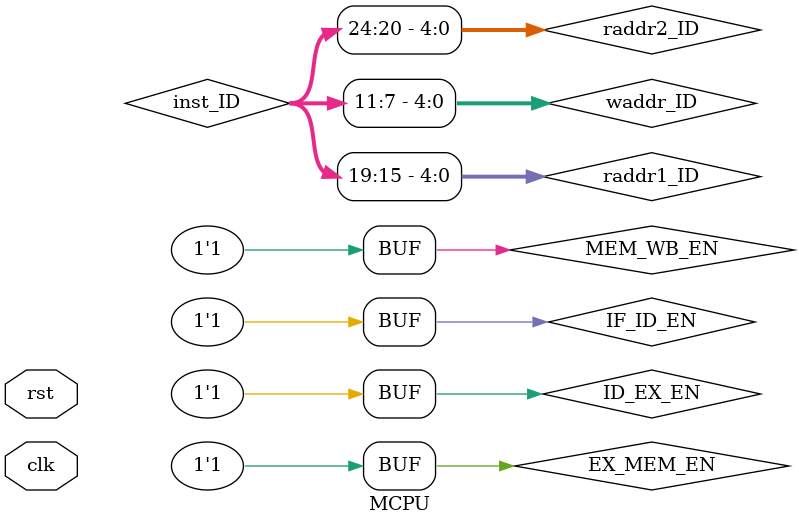
<source format=v>
`timescale 1ns / 1ps

module MCPU(
    input clk,
    input rst
);
    
    // IF
    wire        PC_EN_IF;
    wire        IF_ID_EN; 
    wire        IF_ID_Stall;
    wire        IF_ID_Flush;
    wire [31:0] PC_IF;
    wire [31:0] inst_IF;
    wire [31:0] NextPC;
    wire [31:0] PC_p4;
    
    // ID
    wire        ID_EX_EN;
    wire        ID_EX_Flush;
    wire [31:0] PC_ID;
    wire [31:0] inst_ID;
    wire        RS1Use_ID;
    wire        RS2Use_ID;
    wire [ 2:0] BrType_ID;
    wire        Jal;
    wire        Jalr;
    wire [ 3:0] ImmSel_ID;
    wire [31:0] imm_ID;
    wire        ALUSrcASel_ID;
    wire        ALUSrcBSel_ID;
    wire [ 3:0] ALUCtrl_ID;
    wire [ 2:0] MemRdCtrl_ID;
    wire [ 1:0] MemWrCtrl_ID;
    wire        MemRW_ID;
    wire        RegWrite_ID;
    wire [ 4:0] waddr_ID;
    wire        Mem2Reg_ID;
    
    wire [31:0] rdata1_ID;
    wire [31:0] rdata2_ID;
    
    wire        DoJump;
    wire        JumpStall;
    wire [31:0] JumpPC;
    wire [31:0] JumpPCBase;
    
    wire [ 4:0] raddr1_ID;
    wire [ 4:0] raddr2_ID;
    
    // EX
    wire        EX_MEM_EN;
    wire [31:0] PC_EX;
    wire [31:0] inst_EX;
    wire [ 4:0] raddr1_EX;
    wire [ 4:0] raddr2_EX;
    wire        RS1Use_EX;
    wire        RS2Use_EX;
    wire [31:0] rdata1_EX;
    wire [31:0] rdata2_EX;
    wire [31:0] imm_EX;
    wire        ALUSrcASel_EX;
    wire        ALUSrcBSel_EX;
    wire [ 3:0] ALUCtrl_EX;
    wire [ 2:0] MemRdCtrl_EX;
    wire [ 1:0] MemWrCtrl_EX;
    wire        MemRW_EX;
    wire        RegWrite_EX;
    wire [ 4:0] waddr_EX;
    wire        Mem2Reg_EX;
    
    wire [31:0] ALUSrcA_EX;
    wire [31:0] ALUSrcB_EX;
    wire [31:0] ALURes_EX;
    wire        ALUZero_EX;
    wire        ALUOverflow_EX;
    
    wire [ 1:0] ForwardA;
    wire [ 1:0] ForwardB;
    wire [ 1:0] ForwardWriteMem;
    
    wire [31:0] ALUSrcAForward;
    wire [31:0] ALUSrcBForward;
    wire [31:0] MemWriteData_EX;
    wire [31:0] MemWriteData_MEM;
    
    // MEM
    wire        MEM_WB_EN;
    wire [31:0] PC_MEM;
    wire [31:0] inst_MEM;
    wire [31:0] ALURes_MEM;
    wire [31:0] rdata2_MEM;
    wire [ 2:0] MemRdCtrl_MEM;
    wire [ 1:0] MemWrCtrl_MEM;
    wire        MemRW_MEM;
    wire        RegWrite_MEM;
    wire [ 4:0] waddr_MEM;
    wire        Mem2Reg_MEM;
    
    wire [31:0] MemRdData_MEM;
    
    // WB
    wire [31:0] PC_WB;
    wire [31:0] inst_WB;
    wire [31:0] ALURes_WB;
    wire [31:0] MemRdData_WB;
    wire        RegWrite_WB;
    wire [ 4:0] waddr_WB;
    wire        Mem2Reg_WB;
    
    wire [31:0] wdata_WB;
    
//    assign PC_EN_IF = 1;
    assign IF_ID_EN  = 1;
    assign ID_EX_EN  = 1;
    assign EX_MEM_EN = 1;
    assign MEM_WB_EN = 1;
    
    // ***********************IF*****************************
    PC M_PC(
        .clk(clk), 
        .rst(rst),
        .CE(PC_EN_IF),
        .pc_in(NextPC), 
        .pc_out(PC_IF)
    );
    
    ROM M_ROM (
        .addr(PC_IF[8:2]),
        .rd_data(inst_IF)
    );

    assign PC_p4 = PC_IF + 32'd4;
    
    Mux21_32 M_Mux21_32_PCSrc(
        .in0(PC_p4),
        .in1(JumpPC),
        .sel(DoJump),
        .out(NextPC)
    );
    
    IF_ID M_IF_ID (
        .clk(clk),
        .rst(rst),
        .EN(IF_ID_EN),
        .stall(IF_ID_Stall),
        .flush(IF_ID_Flush),
        .PC_IF(PC_IF),
        .inst_IF(inst_IF),
        .PC_ID(PC_ID),
        .inst_ID(inst_ID)
    );
    
    // ***********************ID*****************************
    CtrlUnit M_CtrlUnit (
        .inst(inst_ID),
        .RS1Use(RS1Use_ID),
        .RS2Use(RS2Use_ID),
        .BrType(BrType_ID),
        .Jal(Jal),
        .Jalr(Jalr),
        .ImmSel(ImmSel_ID),
        .ALUSrcASel(ALUSrcASel_ID),
        .ALUSrcBSel(ALUSrcBSel_ID),
        .ALUCtrl(ALUCtrl_ID),
        .MemRdCtrl(MemRdCtrl_ID),
        .MemWrCtrl(MemWrCtrl_ID),
        .MemRW(MemRW_ID),
        .RegWrite(RegWrite_ID),
        .Mem2Reg(Mem2Reg_ID)
    );
    
    assign raddr1_ID = inst_ID[19:15];
    assign raddr2_ID = inst_ID[24:20];
    assign waddr_ID  = inst_ID[11:7];
    
    RegFile M_RegFile (
        .clk(~clk),
        .rst(rst),
        .we(RegWrite_WB), // attention
        .raddr1(inst_ID[19:15]),
        .rdata1(rdata1_ID),
        .raddr2(inst_ID[24:20]),
        .rdata2(rdata2_ID),
        .waddr(waddr_WB),
        .wdata(wdata_WB)
    );
    
    ImmGen M_ImmGen (
        .inst(inst_ID),
        .ImmSel(ImmSel_ID),
        .imm(imm_ID)
    );
    
    Branch M_Branch (
        .CmpSrcA(rdata1_ID),
        .CmpSrcB(rdata2_ID),
        .BrType(BrType_ID),
        .BranchRes(BranchRes)
    );

    assign JumpStall = BranchRes || Jal || Jalr;
    assign DoJump    = BranchRes || Jal || Jalr;
    
    Mux21_32 M_Mux21_32_JumpBase (
        .in0(PC_ID),
        .in1(rdata1_ID),
        .sel(Jalr),
        .out(JumpPCBase)
    );
    
    assign JumpPC = JumpPCBase + imm_ID;

    HazardUnit M_HazardUnit (
        .raddr1_ID(raddr1_ID),
        .raddr2_ID(raddr2_ID),
        .RS1Use_ID(RS1Use_ID),
        .RS2Use_ID(RS2Use_ID),
        .MemWrite_ID(MemRW_ID),
        .waddr_EX(waddr_EX),
        .MemRead_EX(Mem2Reg_EX),
        .JumpStall(JumpStall),
        .PC_EN_IF(PC_EN_IF),
        .IF_ID_Flush(IF_ID_Flush),
        .ID_EX_Flush(ID_EX_Flush),
        .IF_ID_Stall(IF_ID_Stall)
    );
    
    ID_EX M_ID_EX (
        .clk(clk),
        .rst(rst),
        .EN(ID_EX_EN),
        .flush(ID_EX_Flush),
        // input
        .PC_ID(PC_ID),
        .inst_ID(inst_ID),
        .raddr1_ID(raddr1_ID),
        .raddr2_ID(raddr2_ID),
        .RS1Use_ID(RS1Use_ID),
        .RS2Use_ID(RS2Use_ID),
        .rdata1_ID(rdata1_ID),
        .rdata2_ID(rdata2_ID),
        .imm_ID(imm_ID),
        .ALUSrcASel_ID(ALUSrcASel_ID),
        .ALUSrcBSel_ID(ALUSrcBSel_ID),
        .ALUCtrl_ID(ALUCtrl_ID),
        .MemRdCtrl_ID(MemRdCtrl_ID),
        .MemWrCtrl_ID(MemWrCtrl_ID),
        .MemRW_ID(MemRW_ID),
        .RegWrite_ID(RegWrite_ID),
        .waddr_ID(waddr_ID),
        .Mem2Reg_ID(Mem2Reg_ID),
        // output
        .PC_EX(PC_EX),
        .inst_EX(inst_EX),
        .raddr1_EX(raddr1_EX),
        .raddr2_EX(raddr2_EX),
        .RS1Use_EX(RS1Use_EX),
        .RS2Use_EX(RS2Use_EX),
        .rdata1_EX(rdata1_EX),
        .rdata2_EX(rdata2_EX),
        .imm_EX(imm_EX),
        .ALUSrcASel_EX(ALUSrcASel_EX),
        .ALUSrcBSel_EX(ALUSrcBSel_EX),
        .ALUCtrl_EX(ALUCtrl_EX),
        .MemRdCtrl_EX(MemRdCtrl_EX),
        .MemWrCtrl_EX(MemWrCtrl_EX),
        .MemRW_EX(MemRW_EX),
        .RegWrite_EX(RegWrite_EX),
        .waddr_EX(waddr_EX),
        .Mem2Reg_EX(Mem2Reg_EX)
    );

    
    // ***********************EX*****************************
    
    ForwardUnit M_ForwardUnit(
        .raddr1_EX(raddr1_EX),
        .raddr2_EX(raddr2_EX),
        .RS1Use_EX(RS1Use_EX),
        .RS2Use_EX(RS2Use_EX),
        .waddr_MEM(waddr_MEM),
        .waddr_WB(waddr_WB),
        .RegWrite_MEM(RegWrite_MEM),
        .RegWrite_WB(RegWrite_WB),
        .MemWrite_EX(MemRW_EX),
        .MemRead_MEM(Mem2Reg_MEM), // Mem2Reg = MemRead
        .MemRead_WB(Mem2Reg_WB),
        .ForwardA(ForwardA),
        .ForwardB(ForwardB),
        .ForwardWriteMem(ForwardWriteMem)
    );
    
    Mux41_32 M_Mux41_32_ForwardA (
        .in0(rdata1_EX),
        .in1(ALURes_MEM),
        .in2(ALURes_WB),
        .in3(MemRdData_WB),
        .sel(ForwardA),
        .out(ALUSrcAForward)
    );
    
    Mux41_32 M_Mux41_32_ForwardB (
        .in0(rdata2_EX),
        .in1(ALURes_MEM),
        .in2(ALURes_WB),
        .in3(MemRdData_WB),
        .sel(ForwardB),
        .out(ALUSrcBForward)
    );
    
    Mux21_32 M_Mux21_32_ALUSrcA (
        .in0(PC_EX),
        .in1(ALUSrcAForward),
        .sel(ALUSrcASel_EX),
        .out(ALUSrcA_EX)
    );
    
    Mux21_32 M_Mux21_32_ALUSrcB (
        .in0(imm_EX),
        .in1(ALUSrcBForward),
        .sel(ALUSrcBSel_EX),
        .out(ALUSrcB_EX)
    );
        
    ALU M_ALU (
        .ALUSrcA(ALUSrcA_EX),
        .ALUSrcB(ALUSrcB_EX),
        .ALUCtrl(ALUCtrl_EX),
        .res(ALURes_EX),
        .zero(ALUZero_EX),
        .overflow(ALUOverflow_EX)
    );
    
    Mux41_32 M_Mux41_32_ForwardMem (
        .in0(rdata2_EX),
        .in1(MemRdData_MEM),
        .in2(ALURes_MEM),
        .in3(32'b0),
        .sel(ForwardWriteMem),
        .out(MemWriteData_EX)
    );
    
    EX_MEM M_EX_MEM (
        .clk(clk),
        .rst(rst),
        .EN(EX_MEM_EN),
        .PC_EX(PC_EX),
        .inst_EX(inst_EX),
        .ALURes_EX(ALURes_EX),
        .MemWriteData_EX(MemWriteData_EX),
        .MemRW_EX(MemRW_EX),
        .MemRdCtrl_EX(MemRdCtrl_EX),
        .MemWrCtrl_EX(MemWrCtrl_EX),
        .RegWrite_EX(RegWrite_EX),
        .waddr_EX(waddr_EX),
        .Mem2Reg_EX(Mem2Reg_EX),
        .PC_MEM(PC_MEM),
        .inst_MEM(inst_MEM),
        .ALURes_MEM(ALURes_MEM),
        .MemWriteData_MEM(MemWriteData_MEM),
        .MemRW_MEM(MemRW_MEM),
        .MemRdCtrl_MEM(MemRdCtrl_MEM),
        .MemWrCtrl_MEM(MemWrCtrl_MEM),
        .RegWrite_MEM(RegWrite_MEM),
        .waddr_MEM(waddr_MEM),
        .Mem2Reg_MEM(Mem2Reg_MEM)
    );
    
    // ***********************MEM*****************************
    
    RAM M_RAM (
        .clk(~clk),
        .wr_en(MemRW_MEM),
        .rd_ctrl(MemRdCtrl_MEM),
        .wr_ctrl(MemWrCtrl_MEM),
        .wr_addr(ALURes_MEM),
        .wr_data(MemWriteData_MEM),
        .rd_addr(ALURes_MEM),
        .rd_data(MemRdData_MEM)
    );
    
    MEM_WB M_MEM_WB (
        .clk(clk),
        .rst(rst),
        .EN(MEM_WB_EN),
        .PC_MEM(PC_MEM),
        .inst_MEM(inst_MEM),
        .ALURes_MEM(ALURes_MEM),
        .MemRdData_MEM(MemRdData_MEM),
        .RegWrite_MEM(RegWrite_MEM),
        .waddr_MEM(waddr_MEM),
        .Mem2Reg_MEM(Mem2Reg_MEM),
        
        .PC_WB(PC_WB),
        .inst_WB(inst_WB),
        .ALURes_WB(ALURes_WB),
        .MemRdData_WB(MemRdData_WB),
        .RegWrite_WB(RegWrite_WB),
        .waddr_WB(waddr_WB),
        .Mem2Reg_WB(Mem2Reg_WB)
    );
    
    // ***********************MEM*****************************
    
    Mux21_32 M_Mux21_32_Writeback (
        .in0(ALURes_WB),
        .in1(MemRdData_WB),
        .sel(Mem2Reg_WB),
        .out(wdata_WB)
    );

endmodule

</source>
